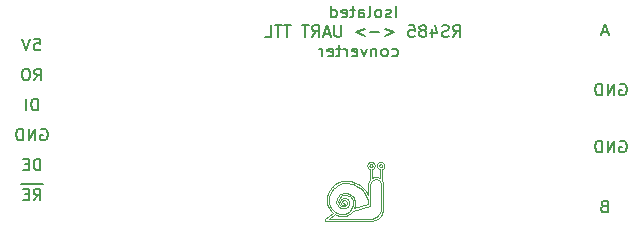
<source format=gbr>
G04 #@! TF.GenerationSoftware,KiCad,Pcbnew,(5.1.0-1220-ga833aeeac)*
G04 #@! TF.CreationDate,2019-07-18T01:02:23+03:00*
G04 #@! TF.ProjectId,proto_II_rs485,70726f74-6f5f-4494-995f-72733438352e,rev?*
G04 #@! TF.SameCoordinates,Original*
G04 #@! TF.FileFunction,Legend,Bot*
G04 #@! TF.FilePolarity,Positive*
%FSLAX46Y46*%
G04 Gerber Fmt 4.6, Leading zero omitted, Abs format (unit mm)*
G04 Created by KiCad (PCBNEW (5.1.0-1220-ga833aeeac)) date 2019-07-18 01:02:23*
%MOMM*%
%LPD*%
G04 APERTURE LIST*
%ADD10C,0.100000*%
%ADD11C,0.150000*%
G04 APERTURE END LIST*
D10*
X52306636Y-59165420D02*
X52357364Y-59114620D01*
X52255855Y-59216140D02*
X52306636Y-59165420D01*
X55363720Y-60638230D02*
X55376620Y-60613550D01*
X55343800Y-60657710D02*
X55363720Y-60638230D01*
X51524246Y-61803487D02*
X51511551Y-61827901D01*
X51538678Y-61787752D02*
X51524246Y-61803487D01*
X53901090Y-61096401D02*
X55318190Y-60670240D01*
X53900060Y-61096672D02*
X53901090Y-61096401D01*
X52741750Y-59750970D02*
X52716630Y-59776080D01*
X52826930Y-59685370D02*
X52741750Y-59750970D01*
X55550450Y-58301490D02*
X55527120Y-58314870D01*
X56306310Y-58870280D02*
X56306310Y-60854810D01*
X56306310Y-58846940D02*
X56306310Y-58870280D01*
X56102150Y-58486810D02*
X56170620Y-58543350D01*
X56023590Y-58444110D02*
X56102150Y-58486810D01*
X52712070Y-61487569D02*
X52867940Y-61516161D01*
X52563090Y-61441344D02*
X52712070Y-61487569D01*
X56363870Y-58497820D02*
X56348040Y-58477530D01*
X52919320Y-60093960D02*
X52860080Y-60190470D01*
X52935810Y-60077530D02*
X52919320Y-60093960D01*
X53201010Y-59741420D02*
X53227860Y-59741420D01*
X53120500Y-59751890D02*
X53201010Y-59741420D01*
X55528690Y-57172460D02*
X55556040Y-57212990D01*
X55488120Y-57145070D02*
X55528690Y-57172460D01*
X53045840Y-60408250D02*
X53020230Y-60370330D01*
X53083760Y-60433860D02*
X53045840Y-60408250D01*
X55203010Y-60519960D02*
X54020400Y-60875590D01*
X55201380Y-60474110D02*
X55203010Y-60519960D01*
X52410640Y-61388447D02*
X52411671Y-61387688D01*
X51874182Y-61767516D02*
X52410640Y-61388447D01*
X55843750Y-58230680D02*
X55802130Y-58230680D01*
X53525720Y-58746740D02*
X53706910Y-58773650D01*
X53385950Y-58737620D02*
X53525720Y-58746740D01*
X54755480Y-59384370D02*
X54863270Y-59521470D01*
X54635410Y-59258030D02*
X54755480Y-59384370D01*
X56229870Y-56958000D02*
X56141050Y-56981930D01*
X56447430Y-58659070D02*
X56404880Y-58563850D01*
X55327300Y-57547030D02*
X55350040Y-57553970D01*
X55263560Y-57511650D02*
X55327300Y-57547030D01*
X55348470Y-57352690D02*
X55321070Y-57312110D01*
X55389000Y-57380040D02*
X55348470Y-57352690D01*
X56483400Y-58843100D02*
X56474120Y-58761710D01*
X53218750Y-60523210D02*
X53211750Y-60497330D01*
X53218750Y-60531830D02*
X53218750Y-60523210D01*
X52952260Y-60061030D02*
X52935810Y-60077530D01*
X53048770Y-60001780D02*
X52952260Y-60061030D01*
X56474120Y-58761710D02*
X56447430Y-58659070D01*
X56348040Y-58477530D02*
X56348040Y-57553970D01*
X56404880Y-58563850D02*
X56363870Y-58497820D01*
X51741369Y-60520820D02*
X51789166Y-60672030D01*
X51711855Y-60362400D02*
X51741369Y-60520820D01*
X53418510Y-60419750D02*
X53393500Y-60512360D01*
X53418510Y-60388870D02*
X53418510Y-60419750D01*
X53192760Y-60469240D02*
X53164650Y-60450240D01*
X53211750Y-60497330D02*
X53192760Y-60469240D01*
X55843750Y-58407760D02*
X55867020Y-58407760D01*
X55820410Y-58407760D02*
X55843750Y-58407760D01*
X55892040Y-61613816D02*
X55711480Y-61699048D01*
X56008790Y-61528584D02*
X55892040Y-61613816D01*
X53725800Y-59948011D02*
X53811900Y-60052290D01*
X53621520Y-59861920D02*
X53725800Y-59948011D01*
X53570690Y-59633720D02*
X53405330Y-59582240D01*
X53720430Y-59715110D02*
X53570690Y-59633720D01*
X52216250Y-61011440D02*
X52075625Y-60841080D01*
X52386605Y-61152065D02*
X52216250Y-61011440D01*
X55390620Y-58777120D02*
X55417580Y-58690370D01*
X55381230Y-58846940D02*
X55390620Y-58777120D01*
X56301970Y-60919210D02*
X56292040Y-60989300D01*
X56305720Y-60872500D02*
X56301970Y-60919210D01*
X53125810Y-60883510D02*
X53200520Y-60873420D01*
X53100970Y-60883510D02*
X53125810Y-60883510D01*
X55426160Y-57135080D02*
X55438580Y-57135080D01*
X55389000Y-57145070D02*
X55426160Y-57135080D01*
X55324930Y-60668230D02*
X55343800Y-60657710D01*
X55318190Y-60670240D02*
X55324930Y-60668230D01*
X55381230Y-58870280D02*
X55381230Y-58846940D01*
X55381230Y-60585440D02*
X55381230Y-58870280D01*
X52822800Y-59920240D02*
X52841790Y-59901301D01*
X52773270Y-59984580D02*
X52822800Y-59920240D01*
X55195150Y-57445420D02*
X55263560Y-57511650D01*
X55150180Y-57360610D02*
X55195150Y-57445420D01*
X53342930Y-60007970D02*
X53265340Y-59983871D01*
X53413130Y-60046170D02*
X53342930Y-60007970D01*
X53052900Y-60210820D02*
X53061040Y-60202740D01*
X53023760Y-60258290D02*
X53052900Y-60210820D01*
X55350040Y-58464080D02*
X55333010Y-58484750D01*
X55350040Y-57553970D02*
X55350040Y-58464080D01*
X55677299Y-58252710D02*
X55550450Y-58301490D01*
X55331320Y-61944654D02*
X55537539Y-61924092D01*
X55262630Y-61944654D02*
X55331320Y-61944654D01*
X55780870Y-61862623D02*
X55991800Y-61760517D01*
X55537539Y-61924092D02*
X55780870Y-61862623D01*
X51595481Y-61944654D02*
X55262630Y-61944654D01*
X51588482Y-61944654D02*
X51595481Y-61944654D01*
X51701764Y-60117610D02*
X51701764Y-60198120D01*
X51733178Y-59876140D02*
X51701764Y-60117610D01*
X56483400Y-60858390D02*
X56483340Y-60854110D01*
X56482800Y-60878840D02*
X56483400Y-60858390D01*
X56209900Y-57380040D02*
X56169370Y-57352690D01*
X56247070Y-57390070D02*
X56209900Y-57380040D01*
X56142040Y-57312110D02*
X56132050Y-57274940D01*
X56169370Y-57352690D02*
X56142040Y-57312110D01*
X52124507Y-59097110D02*
X51975961Y-59290080D01*
X52181419Y-59040190D02*
X52124507Y-59097110D01*
X53138770Y-60620380D02*
X53164650Y-60613380D01*
X53130200Y-60620380D02*
X53138770Y-60620380D01*
X54503950Y-59143170D02*
X54635410Y-59258030D01*
X54361980Y-59040850D02*
X54503950Y-59143170D01*
X51878847Y-60198120D02*
X51878847Y-60126290D01*
X55311080Y-57262580D02*
X55311080Y-57262580D01*
X56272840Y-61077195D02*
X56241320Y-61177238D01*
X56292040Y-60989300D02*
X56272840Y-61077195D01*
X55566080Y-57274940D02*
X55556040Y-57312110D01*
X55566080Y-57262580D02*
X55566080Y-57274940D01*
X52029618Y-61070848D02*
X52138179Y-61181416D01*
X51934458Y-60948290D02*
X52029618Y-61070848D01*
X54467290Y-58899350D02*
X54296500Y-58797740D01*
X54628580Y-59018000D02*
X54467290Y-58899350D01*
X56141050Y-56981930D02*
X56044220Y-57047300D01*
X56227150Y-58611810D02*
X56269860Y-58690370D01*
X56170620Y-58543350D02*
X56227150Y-58611810D01*
X56478620Y-60936030D02*
X56482800Y-60878840D01*
X56467070Y-61019633D02*
X56478620Y-60936030D01*
X55954970Y-57287040D02*
X55971130Y-57360610D01*
X56377930Y-56981930D02*
X56289060Y-56958000D01*
X53079860Y-60706430D02*
X53016590Y-60697860D01*
X53100970Y-60706430D02*
X53079860Y-60706430D01*
X51878847Y-60256010D02*
X51878847Y-60198120D01*
X51902230Y-60429740D02*
X51878847Y-60256010D01*
X52456322Y-61396259D02*
X52563090Y-61441344D01*
X52422141Y-61378627D02*
X52456322Y-61396259D01*
X52951010Y-59618970D02*
X52826930Y-59685370D01*
X53085660Y-59578170D02*
X52951010Y-59618970D01*
X56306310Y-60859200D02*
X56305720Y-60872500D01*
X56306310Y-60854810D02*
X56306310Y-60859200D01*
X53667690Y-61084140D02*
X53534010Y-61194437D01*
X53778050Y-60950460D02*
X53667690Y-61084140D01*
X52804740Y-60583540D02*
X52753520Y-60521470D01*
X52866800Y-60634760D02*
X52804740Y-60583540D01*
X51506940Y-61855027D02*
X51509001Y-61876295D01*
X51511551Y-61827901D02*
X51506940Y-61855027D01*
X55681969Y-57445470D02*
X55726940Y-57360610D01*
X56129770Y-61658304D02*
X56169590Y-61618102D01*
X55991800Y-61760517D02*
X56129770Y-61658304D01*
X55311080Y-57250150D02*
X55321070Y-57212990D01*
X55311080Y-57262580D02*
X55311080Y-57250150D01*
X53852480Y-61147237D02*
X53889160Y-61099113D01*
X53720800Y-61275166D02*
X53852480Y-61147237D01*
X53202950Y-59975471D02*
X53182180Y-59975471D01*
X53265340Y-59983871D02*
X53202950Y-59975471D01*
X52937980Y-60673440D02*
X52866800Y-60634760D01*
X53016590Y-60697860D02*
X52937980Y-60673440D01*
X53380630Y-61277824D02*
X53211260Y-61330505D01*
X53534010Y-61194437D02*
X53380630Y-61277824D01*
X56309020Y-57380040D02*
X56271860Y-57390070D01*
X56349610Y-57352690D02*
X56309020Y-57380040D01*
X52582080Y-61258294D02*
X52386605Y-61152065D01*
X52797900Y-61325459D02*
X52582080Y-61258294D01*
X53932450Y-60410530D02*
X53932450Y-60446010D01*
X53918080Y-60304140D02*
X53932450Y-60410530D01*
X53070950Y-60883510D02*
X53100970Y-60883510D01*
X52980950Y-60871360D02*
X53070950Y-60883510D01*
X56066020Y-61471076D02*
X56042370Y-61494893D01*
X56129120Y-61391702D02*
X56066020Y-61471076D01*
X52227372Y-61256340D02*
X52258893Y-61278855D01*
X52138179Y-61181416D02*
X52227372Y-61256340D01*
X56386980Y-57262580D02*
X56386980Y-57274940D01*
X56386980Y-57250150D02*
X56386980Y-57262580D01*
X53148810Y-59975471D02*
X53048770Y-60001780D01*
X53182180Y-59975471D02*
X53148810Y-59975471D01*
X51544374Y-61783793D02*
X51538678Y-61787752D01*
X52258893Y-61278855D02*
X51544374Y-61783793D01*
X53595590Y-60413740D02*
X53595590Y-60388870D01*
X53585500Y-60488430D02*
X53595590Y-60413740D01*
X56132050Y-57262580D02*
X56132050Y-57250150D01*
X56483400Y-58870280D02*
X56483400Y-58870280D01*
X56502870Y-57445470D02*
X56547840Y-57360610D01*
X53192760Y-60594390D02*
X53211750Y-60566290D01*
X53164650Y-60613380D02*
X53192760Y-60594390D01*
X53850970Y-59822860D02*
X53720430Y-59715110D01*
X53958700Y-59953390D02*
X53850970Y-59822860D01*
X55450950Y-57390070D02*
X55438580Y-57390070D01*
X55488120Y-57380040D02*
X55450950Y-57390070D01*
X52869080Y-60836580D02*
X52980950Y-60871360D01*
X52767850Y-60781510D02*
X52869080Y-60836580D01*
X52559460Y-60010510D02*
X52518660Y-60145180D01*
X52625860Y-59886440D02*
X52559460Y-60010510D01*
X53450520Y-60738440D02*
X53510950Y-60665190D01*
X53377270Y-60798870D02*
X53450520Y-60738440D01*
X53501840Y-59796860D02*
X53621520Y-59861920D01*
X53369680Y-59755750D02*
X53501840Y-59796860D01*
X53101340Y-60620380D02*
X53130200Y-60620380D01*
X53014910Y-60597000D02*
X53101340Y-60620380D01*
X52681910Y-60260510D02*
X52692380Y-60180000D01*
X52681910Y-60287370D02*
X52681910Y-60260510D01*
X56296870Y-58777120D02*
X56306310Y-58846940D01*
X56269860Y-58690370D02*
X56296870Y-58777120D01*
X56444500Y-61123365D02*
X56467070Y-61019633D01*
X56407120Y-61241258D02*
X56444500Y-61123365D01*
X51969397Y-60645610D02*
X51902230Y-60429740D01*
X52075625Y-60841080D02*
X51969397Y-60645610D01*
X56376950Y-57212990D02*
X56386980Y-57250150D01*
X56349610Y-57172460D02*
X56376950Y-57212990D01*
X54210380Y-58951820D02*
X54361980Y-59040850D01*
X54050120Y-58877050D02*
X54210380Y-58951820D01*
X55288790Y-58552460D02*
X55242880Y-58650820D01*
X55333010Y-58484750D02*
X55288790Y-58552460D01*
X56370700Y-57547030D02*
X56434450Y-57511650D01*
X56259500Y-57135080D02*
X56271860Y-57135080D01*
X56247070Y-57135080D02*
X56259500Y-57135080D01*
X55134000Y-57232960D02*
X55134000Y-57262580D01*
X55157930Y-57144080D02*
X55134000Y-57232960D01*
X52971620Y-61348897D02*
X52797900Y-61325459D01*
X53029560Y-61348897D02*
X52971620Y-61348897D01*
X55426160Y-57390070D02*
X55389000Y-57380040D01*
X55438580Y-57390070D02*
X55426160Y-57390070D01*
X51825571Y-59571120D02*
X51733178Y-59876140D01*
X51975961Y-59290080D02*
X51825571Y-59571120D01*
X55468150Y-56958000D02*
X55438580Y-56958000D01*
X55557010Y-56981930D02*
X55468150Y-56958000D01*
X56309020Y-57145070D02*
X56349610Y-57172460D01*
X56271860Y-57135080D02*
X56309020Y-57145070D01*
X55743160Y-57232960D02*
X55719180Y-57144080D01*
X55743160Y-57287040D02*
X55743160Y-57262580D01*
X56146970Y-58306640D02*
X56016220Y-58254330D01*
X56170950Y-57553970D02*
X56170950Y-58320960D01*
X53882000Y-58817370D02*
X54050120Y-58877050D01*
X53706910Y-58773650D02*
X53882000Y-58817370D01*
X52723190Y-60078280D02*
X52773270Y-59984580D01*
X52692380Y-60180000D02*
X52723190Y-60078280D01*
X51523758Y-61908033D02*
X51543181Y-61927510D01*
X51513179Y-61889478D02*
X51523758Y-61908033D01*
X55954970Y-57232960D02*
X55954970Y-57262580D01*
X55408950Y-56958000D02*
X55320090Y-56981930D01*
X55438580Y-56958000D02*
X55408950Y-56958000D01*
X55613550Y-57511650D02*
X55681969Y-57445470D01*
X55527120Y-57553970D02*
X55549800Y-57547030D01*
X55743160Y-57262580D02*
X55743160Y-57232960D01*
X55802130Y-58230680D02*
X55677299Y-58252710D01*
X53563039Y-60228070D02*
X53524840Y-60157870D01*
X53587120Y-60305650D02*
X53563039Y-60228070D01*
X51906843Y-59910960D02*
X51989254Y-59638870D01*
X51878847Y-60126290D02*
X51906843Y-59910960D01*
X53272190Y-59564330D02*
X53227860Y-59564330D01*
X53405330Y-59582240D02*
X53272190Y-59564330D01*
X55204150Y-58870280D02*
X55204150Y-59761110D01*
X55204150Y-58842000D02*
X55204150Y-58870280D01*
X54957950Y-59668440D02*
X55038560Y-59824320D01*
X54863270Y-59521470D02*
X54957950Y-59668440D01*
X54109540Y-60501620D02*
X54109540Y-60446010D01*
X54086430Y-60668610D02*
X54109540Y-60501620D01*
X53595590Y-60368040D02*
X53587120Y-60305650D01*
X53595590Y-60388870D02*
X53595590Y-60368040D01*
X51701764Y-60239190D02*
X51711855Y-60362400D01*
X51701764Y-60198120D02*
X51701764Y-60239190D01*
X53418510Y-60365870D02*
X53418510Y-60388870D01*
X53399900Y-60296970D02*
X53418510Y-60365870D01*
X55381230Y-60592440D02*
X55381230Y-60585440D01*
X55376620Y-60613550D02*
X55381230Y-60592440D01*
X55936840Y-58417150D02*
X56023590Y-58444110D01*
X55867020Y-58407760D02*
X55936840Y-58417150D01*
X53218750Y-60540420D02*
X53218750Y-60531830D01*
X53211750Y-60566290D02*
X53218750Y-60540420D01*
X53093090Y-61525980D02*
X53283860Y-61495706D01*
X53029560Y-61525980D02*
X53093090Y-61525980D01*
X55223300Y-57047300D02*
X55157930Y-57144080D01*
X55320090Y-56981930D02*
X55223300Y-57047300D01*
X55104270Y-59988281D02*
X55154190Y-60159500D01*
X55038560Y-59824320D02*
X55104270Y-59988281D01*
X51853946Y-60814930D02*
X51934458Y-60948290D01*
X51789166Y-60672030D02*
X51853946Y-60814930D01*
X53258840Y-58560540D02*
X53017360Y-58591960D01*
X53339360Y-58560540D02*
X53258840Y-58560540D01*
X53192270Y-59564330D02*
X53085660Y-59578170D01*
X53227860Y-59564330D02*
X53192270Y-59564330D01*
X54743330Y-59117720D02*
X54628580Y-59018000D01*
X54779290Y-59153260D02*
X54743330Y-59117720D01*
X53389700Y-58560540D02*
X53339360Y-58560540D01*
X53540840Y-58570300D02*
X53389700Y-58560540D01*
X56564070Y-57232960D02*
X56540090Y-57144080D01*
X55450950Y-57135080D02*
X55488120Y-57145070D01*
X55438580Y-57135080D02*
X55450950Y-57135080D01*
X56564070Y-57287040D02*
X56564070Y-57262580D01*
X55528690Y-57352690D02*
X55488120Y-57380040D01*
X55556040Y-57312110D02*
X55528690Y-57352690D01*
X56289060Y-56958000D02*
X56259500Y-56958000D01*
X52504825Y-60251780D02*
X52504825Y-60287370D01*
X52518660Y-60145180D02*
X52504825Y-60251780D01*
X53932450Y-60491420D02*
X53914070Y-60627700D01*
X53932450Y-60446010D02*
X53932450Y-60491420D01*
X53138770Y-60443290D02*
X53130200Y-60443290D01*
X53164650Y-60450240D02*
X53138770Y-60443290D01*
X53349180Y-60221830D02*
X53399900Y-60296970D01*
X53274020Y-60171110D02*
X53349180Y-60221830D01*
X56547840Y-57360610D02*
X56564070Y-57287040D01*
X56259500Y-57390070D02*
X56247070Y-57390070D01*
X56271860Y-57390070D02*
X56259500Y-57390070D01*
X56197800Y-61589565D02*
X56273380Y-61494730D01*
X56169590Y-61618102D02*
X56197800Y-61589565D01*
X53118590Y-60443290D02*
X53083760Y-60433860D01*
X53130200Y-60443290D02*
X53118590Y-60443290D01*
X51511117Y-61882913D02*
X51513179Y-61889478D01*
X51509001Y-61876295D02*
X51511117Y-61882913D01*
X55585290Y-58486810D02*
X55663840Y-58444110D01*
X55516820Y-58543350D02*
X55585290Y-58486810D01*
X53556630Y-60581210D02*
X53585500Y-60488430D01*
X53510950Y-60665190D02*
X53556630Y-60581210D01*
X55978880Y-57144080D02*
X55954970Y-57232960D01*
X53738440Y-58599390D02*
X53540840Y-58570300D01*
X53930980Y-58647290D02*
X53738440Y-58599390D01*
X53074970Y-61348897D02*
X53029560Y-61348897D01*
X53211260Y-61330505D02*
X53074970Y-61348897D01*
X56148220Y-57547030D02*
X56170950Y-57553970D01*
X52421219Y-61379495D02*
X52422141Y-61378627D01*
X52411671Y-61387688D02*
X52421219Y-61379495D01*
X53010840Y-60307440D02*
X53023760Y-60258290D01*
X53010840Y-60323890D02*
X53010840Y-60307440D01*
X52833760Y-60352690D02*
X52857090Y-60439180D01*
X52833760Y-60323890D02*
X52833760Y-60352690D01*
X53010840Y-60335500D02*
X53010840Y-60323890D01*
X53020230Y-60370330D02*
X53010840Y-60335500D01*
X55653859Y-57047300D02*
X55557010Y-56981930D01*
X55719180Y-57144080D02*
X55653859Y-57047300D01*
X53069120Y-60194650D02*
X53116540Y-60165510D01*
X53061040Y-60202740D02*
X53069120Y-60194650D01*
X53890130Y-61098951D02*
X53900060Y-61096672D01*
X53889160Y-61099113D02*
X53890130Y-61098951D01*
X53861380Y-60797080D02*
X53778050Y-60950460D01*
X53914070Y-60627700D02*
X53861380Y-60797080D01*
X53293290Y-60844560D02*
X53377270Y-60798870D01*
X53200520Y-60873420D02*
X53293290Y-60844560D01*
X56483340Y-58870280D02*
X56483400Y-58870280D01*
X56483340Y-60854110D02*
X56483340Y-58870280D01*
X56084520Y-57511650D02*
X56148220Y-57547030D01*
X55954970Y-57262580D02*
X55954970Y-57287040D01*
X55566080Y-57250150D02*
X55566080Y-57262580D01*
X55556040Y-57212990D02*
X55566080Y-57250150D01*
X54034720Y-60842660D02*
X54086430Y-60668610D01*
X54020400Y-60875590D02*
X54034720Y-60842660D01*
X54824480Y-59197900D02*
X54779290Y-59153260D01*
X55021540Y-59440320D02*
X54824480Y-59197900D01*
X56194440Y-61283955D02*
X56129120Y-61391702D01*
X56241320Y-61177238D02*
X56194440Y-61283955D01*
X55178820Y-59705240D02*
X55021540Y-59440320D01*
X55204150Y-59761110D02*
X55178820Y-59705240D01*
X56142040Y-57212990D02*
X56169370Y-57172460D01*
X56132050Y-57250150D02*
X56142040Y-57212990D01*
X56042370Y-61494893D02*
X56042370Y-61494893D01*
X56564070Y-57262580D02*
X56564070Y-57232960D01*
X56540090Y-57144080D02*
X56474770Y-57047300D01*
X56474770Y-57047300D02*
X56377930Y-56981930D01*
X56044220Y-57047300D02*
X55978880Y-57144080D01*
X55460290Y-58611810D02*
X55516820Y-58543350D01*
X55417580Y-58690370D02*
X55460290Y-58611810D01*
X55971130Y-57360610D02*
X56016110Y-57445420D01*
X56132050Y-57262580D02*
X56132050Y-57262580D01*
X56132050Y-57274940D02*
X56132050Y-57262580D01*
X53263290Y-59741420D02*
X53369680Y-59755750D01*
X53227860Y-59741420D02*
X53263290Y-59741420D01*
X52551699Y-60519190D02*
X52606770Y-60620440D01*
X52516920Y-60407330D02*
X52551699Y-60519190D01*
X53018770Y-59782710D02*
X53120500Y-59751890D01*
X52925070Y-59832780D02*
X53018770Y-59782710D01*
X55501450Y-61750317D02*
X55322320Y-61767516D01*
X55711480Y-61699048D02*
X55501450Y-61750317D01*
X54117400Y-58713530D02*
X53930980Y-58647290D01*
X54296500Y-58797740D02*
X54117400Y-58713530D01*
X52989150Y-61525980D02*
X53029560Y-61525980D01*
X52867940Y-61516161D02*
X52989150Y-61525980D01*
X55886830Y-58230680D02*
X55843750Y-58230680D01*
X51567649Y-61940151D02*
X51588482Y-61944654D01*
X51543181Y-61927510D02*
X51567649Y-61940151D01*
X52679570Y-60708700D02*
X52767850Y-60781510D01*
X52606770Y-60620440D02*
X52679570Y-60708700D01*
X52123368Y-59388240D02*
X52255855Y-59216140D01*
X51989254Y-59638870D02*
X52123368Y-59388240D01*
X52238332Y-58983280D02*
X52181419Y-59040190D01*
X52431311Y-58834740D02*
X52238332Y-58983280D01*
X52712340Y-58684350D02*
X52431311Y-58834740D01*
X53017360Y-58591960D02*
X52712340Y-58684350D01*
X55134000Y-57287040D02*
X55150180Y-57360610D01*
X55134000Y-57262580D02*
X55134000Y-57287040D01*
X54040090Y-60103120D02*
X53958700Y-59953390D01*
X54091580Y-60268500D02*
X54040090Y-60103120D01*
X56016220Y-58254330D02*
X55886830Y-58230680D01*
X53325360Y-60613330D02*
X53224380Y-60681420D01*
X53393500Y-60512360D02*
X53325360Y-60613330D01*
X52681910Y-60308430D02*
X52681910Y-60287370D01*
X52690420Y-60371680D02*
X52681910Y-60308430D01*
X56483400Y-58870280D02*
X56483400Y-58843100D01*
X55549800Y-57547030D02*
X55613550Y-57511650D01*
X53339410Y-58737620D02*
X53385950Y-58737620D01*
X53267580Y-58737620D02*
X53339410Y-58737620D01*
X55311080Y-57274940D02*
X55311080Y-57262580D01*
X55321070Y-57312110D02*
X55311080Y-57274940D01*
X55726940Y-57360610D02*
X55743160Y-57287040D01*
X55187380Y-60336960D02*
X55201380Y-60474110D01*
X55154190Y-60159500D02*
X55187380Y-60336960D01*
X52833760Y-60290510D02*
X52833760Y-60323890D01*
X52860080Y-60190470D02*
X52833760Y-60290510D01*
X56376950Y-57312110D02*
X56349610Y-57352690D01*
X56386980Y-57274940D02*
X56376950Y-57312110D01*
X52860730Y-59882320D02*
X52925070Y-59832780D01*
X52841790Y-59901301D02*
X52860730Y-59882320D01*
X55214130Y-58757320D02*
X55204150Y-58842000D01*
X55242880Y-58650820D02*
X55214130Y-58757320D01*
X52504825Y-60317320D02*
X52516920Y-60407330D01*
X52504825Y-60287370D02*
X52504825Y-60317320D01*
X53052250Y-58765610D02*
X53267580Y-58737620D01*
X52780160Y-58848030D02*
X53052250Y-58765610D01*
X53131770Y-60706430D02*
X53100970Y-60706430D01*
X53224380Y-60681420D02*
X53131770Y-60706430D01*
X54109540Y-60401620D02*
X54091580Y-60268500D01*
X54109540Y-60446010D02*
X54109540Y-60401620D01*
X53876950Y-60171970D02*
X53918080Y-60304140D01*
X53811900Y-60052290D02*
X53876950Y-60171970D01*
X56016110Y-57445420D02*
X56084520Y-57511650D01*
X53165750Y-60152550D02*
X53182180Y-60152550D01*
X53116540Y-60165510D02*
X53165750Y-60152550D01*
X56209900Y-57145070D02*
X56247070Y-57135080D01*
X56169370Y-57172460D02*
X56209900Y-57145070D01*
X55527120Y-58314870D02*
X55527120Y-57553970D01*
X56042370Y-61494893D02*
X56008790Y-61528584D01*
X51878847Y-60198120D02*
X51878847Y-60198120D01*
X55750590Y-58417150D02*
X55820410Y-58407760D01*
X55663840Y-58444110D02*
X55750590Y-58417150D01*
X56348040Y-57553970D02*
X56370700Y-57547030D01*
X55262630Y-61767516D02*
X51874182Y-61767516D01*
X55322320Y-61767516D02*
X55262630Y-61767516D01*
X53516650Y-61409715D02*
X53720800Y-61275166D01*
X53283860Y-61495706D02*
X53516650Y-61409715D01*
X52714840Y-60450290D02*
X52690420Y-60371680D01*
X52753520Y-60521470D02*
X52714840Y-60450290D01*
X56170950Y-58320960D02*
X56146970Y-58306640D01*
X52691460Y-59801210D02*
X52625860Y-59886440D01*
X52716630Y-59776080D02*
X52691460Y-59801210D01*
X56351340Y-61367072D02*
X56407120Y-61241258D01*
X56273380Y-61494730D02*
X56351340Y-61367072D01*
X55348470Y-57172460D02*
X55389000Y-57145070D01*
X55321070Y-57212990D02*
X55348470Y-57172460D01*
X52920680Y-60533420D02*
X53014910Y-60597000D01*
X52857090Y-60439180D02*
X52920680Y-60533420D01*
X53205130Y-60152550D02*
X53274020Y-60171110D01*
X53182180Y-60152550D02*
X53205130Y-60152550D01*
X52529510Y-58982140D02*
X52780160Y-58848030D01*
X52357364Y-59114620D02*
X52529510Y-58982140D01*
X56434450Y-57511650D02*
X56502870Y-57445470D01*
X53474330Y-60096670D02*
X53413130Y-60046170D01*
X53524840Y-60157870D02*
X53474330Y-60096670D01*
X56259500Y-56958000D02*
X56229870Y-56958000D01*
D11*
X57537047Y-44711380D02*
X57537047Y-43711380D01*
X57108476Y-44663761D02*
X57013238Y-44711380D01*
X56822761Y-44711380D01*
X56727523Y-44663761D01*
X56679904Y-44568523D01*
X56679904Y-44520904D01*
X56727523Y-44425666D01*
X56822761Y-44378047D01*
X56965619Y-44378047D01*
X57060857Y-44330428D01*
X57108476Y-44235190D01*
X57108476Y-44187571D01*
X57060857Y-44092333D01*
X56965619Y-44044714D01*
X56822761Y-44044714D01*
X56727523Y-44092333D01*
X56108476Y-44711380D02*
X56203714Y-44663761D01*
X56251333Y-44616142D01*
X56298952Y-44520904D01*
X56298952Y-44235190D01*
X56251333Y-44139952D01*
X56203714Y-44092333D01*
X56108476Y-44044714D01*
X55965619Y-44044714D01*
X55870380Y-44092333D01*
X55822761Y-44139952D01*
X55775142Y-44235190D01*
X55775142Y-44520904D01*
X55822761Y-44616142D01*
X55870380Y-44663761D01*
X55965619Y-44711380D01*
X56108476Y-44711380D01*
X55203714Y-44711380D02*
X55298952Y-44663761D01*
X55346571Y-44568523D01*
X55346571Y-43711380D01*
X54394190Y-44711380D02*
X54394190Y-44187571D01*
X54441809Y-44092333D01*
X54537047Y-44044714D01*
X54727523Y-44044714D01*
X54822761Y-44092333D01*
X54394190Y-44663761D02*
X54489428Y-44711380D01*
X54727523Y-44711380D01*
X54822761Y-44663761D01*
X54870380Y-44568523D01*
X54870380Y-44473285D01*
X54822761Y-44378047D01*
X54727523Y-44330428D01*
X54489428Y-44330428D01*
X54394190Y-44282809D01*
X54060857Y-44044714D02*
X53679904Y-44044714D01*
X53918000Y-43711380D02*
X53918000Y-44568523D01*
X53870380Y-44663761D01*
X53775142Y-44711380D01*
X53679904Y-44711380D01*
X52965619Y-44663761D02*
X53060857Y-44711380D01*
X53251333Y-44711380D01*
X53346571Y-44663761D01*
X53394190Y-44568523D01*
X53394190Y-44187571D01*
X53346571Y-44092333D01*
X53251333Y-44044714D01*
X53060857Y-44044714D01*
X52965619Y-44092333D01*
X52918000Y-44187571D01*
X52918000Y-44282809D01*
X53394190Y-44378047D01*
X52060857Y-44711380D02*
X52060857Y-43711380D01*
X52060857Y-44663761D02*
X52156095Y-44711380D01*
X52346571Y-44711380D01*
X52441809Y-44663761D01*
X52489428Y-44616142D01*
X52537047Y-44520904D01*
X52537047Y-44235190D01*
X52489428Y-44139952D01*
X52441809Y-44092333D01*
X52346571Y-44044714D01*
X52156095Y-44044714D01*
X52060857Y-44092333D01*
X62394190Y-46361380D02*
X62727523Y-45885190D01*
X62965619Y-46361380D02*
X62965619Y-45361380D01*
X62584666Y-45361380D01*
X62489428Y-45409000D01*
X62441809Y-45456619D01*
X62394190Y-45551857D01*
X62394190Y-45694714D01*
X62441809Y-45789952D01*
X62489428Y-45837571D01*
X62584666Y-45885190D01*
X62965619Y-45885190D01*
X62013238Y-46313761D02*
X61870380Y-46361380D01*
X61632285Y-46361380D01*
X61537047Y-46313761D01*
X61489428Y-46266142D01*
X61441809Y-46170904D01*
X61441809Y-46075666D01*
X61489428Y-45980428D01*
X61537047Y-45932809D01*
X61632285Y-45885190D01*
X61822761Y-45837571D01*
X61918000Y-45789952D01*
X61965619Y-45742333D01*
X62013238Y-45647095D01*
X62013238Y-45551857D01*
X61965619Y-45456619D01*
X61918000Y-45409000D01*
X61822761Y-45361380D01*
X61584666Y-45361380D01*
X61441809Y-45409000D01*
X60584666Y-45694714D02*
X60584666Y-46361380D01*
X60822761Y-45313761D02*
X61060857Y-46028047D01*
X60441809Y-46028047D01*
X59918000Y-45789952D02*
X60013238Y-45742333D01*
X60060857Y-45694714D01*
X60108476Y-45599476D01*
X60108476Y-45551857D01*
X60060857Y-45456619D01*
X60013238Y-45409000D01*
X59918000Y-45361380D01*
X59727523Y-45361380D01*
X59632285Y-45409000D01*
X59584666Y-45456619D01*
X59537047Y-45551857D01*
X59537047Y-45599476D01*
X59584666Y-45694714D01*
X59632285Y-45742333D01*
X59727523Y-45789952D01*
X59918000Y-45789952D01*
X60013238Y-45837571D01*
X60060857Y-45885190D01*
X60108476Y-45980428D01*
X60108476Y-46170904D01*
X60060857Y-46266142D01*
X60013238Y-46313761D01*
X59918000Y-46361380D01*
X59727523Y-46361380D01*
X59632285Y-46313761D01*
X59584666Y-46266142D01*
X59537047Y-46170904D01*
X59537047Y-45980428D01*
X59584666Y-45885190D01*
X59632285Y-45837571D01*
X59727523Y-45789952D01*
X58632285Y-45361380D02*
X59108476Y-45361380D01*
X59156095Y-45837571D01*
X59108476Y-45789952D01*
X59013238Y-45742333D01*
X58775142Y-45742333D01*
X58679904Y-45789952D01*
X58632285Y-45837571D01*
X58584666Y-45932809D01*
X58584666Y-46170904D01*
X58632285Y-46266142D01*
X58679904Y-46313761D01*
X58775142Y-46361380D01*
X59013238Y-46361380D01*
X59108476Y-46313761D01*
X59156095Y-46266142D01*
X56632285Y-45694714D02*
X57394190Y-45980428D01*
X56632285Y-46266142D01*
X56156095Y-45980428D02*
X55394190Y-45980428D01*
X54918000Y-45694714D02*
X54156095Y-45980428D01*
X54918000Y-46266142D01*
X52918000Y-45361380D02*
X52918000Y-46170904D01*
X52870380Y-46266142D01*
X52822761Y-46313761D01*
X52727523Y-46361380D01*
X52537047Y-46361380D01*
X52441809Y-46313761D01*
X52394190Y-46266142D01*
X52346571Y-46170904D01*
X52346571Y-45361380D01*
X51918000Y-46075666D02*
X51441809Y-46075666D01*
X52013238Y-46361380D02*
X51679904Y-45361380D01*
X51346571Y-46361380D01*
X50441809Y-46361380D02*
X50775142Y-45885190D01*
X51013238Y-46361380D02*
X51013238Y-45361380D01*
X50632285Y-45361380D01*
X50537047Y-45409000D01*
X50489428Y-45456619D01*
X50441809Y-45551857D01*
X50441809Y-45694714D01*
X50489428Y-45789952D01*
X50537047Y-45837571D01*
X50632285Y-45885190D01*
X51013238Y-45885190D01*
X50156095Y-45361380D02*
X49584666Y-45361380D01*
X49870380Y-46361380D02*
X49870380Y-45361380D01*
X48632285Y-45361380D02*
X48060857Y-45361380D01*
X48346571Y-46361380D02*
X48346571Y-45361380D01*
X47870380Y-45361380D02*
X47298952Y-45361380D01*
X47584666Y-46361380D02*
X47584666Y-45361380D01*
X46489428Y-46361380D02*
X46965619Y-46361380D01*
X46965619Y-45361380D01*
X57227523Y-47963761D02*
X57322761Y-48011380D01*
X57513238Y-48011380D01*
X57608476Y-47963761D01*
X57656095Y-47916142D01*
X57703714Y-47820904D01*
X57703714Y-47535190D01*
X57656095Y-47439952D01*
X57608476Y-47392333D01*
X57513238Y-47344714D01*
X57322761Y-47344714D01*
X57227523Y-47392333D01*
X56656095Y-48011380D02*
X56751333Y-47963761D01*
X56798952Y-47916142D01*
X56846571Y-47820904D01*
X56846571Y-47535190D01*
X56798952Y-47439952D01*
X56751333Y-47392333D01*
X56656095Y-47344714D01*
X56513238Y-47344714D01*
X56418000Y-47392333D01*
X56370380Y-47439952D01*
X56322761Y-47535190D01*
X56322761Y-47820904D01*
X56370380Y-47916142D01*
X56418000Y-47963761D01*
X56513238Y-48011380D01*
X56656095Y-48011380D01*
X55894190Y-47344714D02*
X55894190Y-48011380D01*
X55894190Y-47439952D02*
X55846571Y-47392333D01*
X55751333Y-47344714D01*
X55608476Y-47344714D01*
X55513238Y-47392333D01*
X55465619Y-47487571D01*
X55465619Y-48011380D01*
X55084666Y-47344714D02*
X54846571Y-48011380D01*
X54608476Y-47344714D01*
X53846571Y-47963761D02*
X53941809Y-48011380D01*
X54132285Y-48011380D01*
X54227523Y-47963761D01*
X54275142Y-47868523D01*
X54275142Y-47487571D01*
X54227523Y-47392333D01*
X54132285Y-47344714D01*
X53941809Y-47344714D01*
X53846571Y-47392333D01*
X53798952Y-47487571D01*
X53798952Y-47582809D01*
X54275142Y-47678047D01*
X53370380Y-48011380D02*
X53370380Y-47344714D01*
X53370380Y-47535190D02*
X53322761Y-47439952D01*
X53275142Y-47392333D01*
X53179904Y-47344714D01*
X53084666Y-47344714D01*
X52894190Y-47344714D02*
X52513238Y-47344714D01*
X52751333Y-47011380D02*
X52751333Y-47868523D01*
X52703714Y-47963761D01*
X52608476Y-48011380D01*
X52513238Y-48011380D01*
X51798952Y-47963761D02*
X51894190Y-48011380D01*
X52084666Y-48011380D01*
X52179904Y-47963761D01*
X52227523Y-47868523D01*
X52227523Y-47487571D01*
X52179904Y-47392333D01*
X52084666Y-47344714D01*
X51894190Y-47344714D01*
X51798952Y-47392333D01*
X51751333Y-47487571D01*
X51751333Y-47582809D01*
X52227523Y-47678047D01*
X51322761Y-48011380D02*
X51322761Y-47344714D01*
X51322761Y-47535190D02*
X51275142Y-47439952D01*
X51227523Y-47392333D01*
X51132285Y-47344714D01*
X51037047Y-47344714D01*
X27446285Y-57664380D02*
X27446285Y-56664380D01*
X27208190Y-56664380D01*
X27065333Y-56712000D01*
X26970095Y-56807238D01*
X26922476Y-56902476D01*
X26874857Y-57092952D01*
X26874857Y-57235809D01*
X26922476Y-57426285D01*
X26970095Y-57521523D01*
X27065333Y-57616761D01*
X27208190Y-57664380D01*
X27446285Y-57664380D01*
X26446285Y-57140571D02*
X26112952Y-57140571D01*
X25970095Y-57664380D02*
X26446285Y-57664380D01*
X26446285Y-56664380D01*
X25970095Y-56664380D01*
X27232000Y-52584380D02*
X27232000Y-51584380D01*
X26993904Y-51584380D01*
X26851047Y-51632000D01*
X26755809Y-51727238D01*
X26708190Y-51822476D01*
X26660571Y-52012952D01*
X26660571Y-52155809D01*
X26708190Y-52346285D01*
X26755809Y-52441523D01*
X26851047Y-52536761D01*
X26993904Y-52584380D01*
X27232000Y-52584380D01*
X26232000Y-52584380D02*
X26232000Y-51584380D01*
X27684380Y-58837000D02*
X26684380Y-58837000D01*
X26874857Y-60204380D02*
X27208190Y-59728190D01*
X27446285Y-60204380D02*
X27446285Y-59204380D01*
X27065333Y-59204380D01*
X26970095Y-59252000D01*
X26922476Y-59299619D01*
X26874857Y-59394857D01*
X26874857Y-59537714D01*
X26922476Y-59632952D01*
X26970095Y-59680571D01*
X27065333Y-59728190D01*
X27446285Y-59728190D01*
X26684380Y-58837000D02*
X25779619Y-58837000D01*
X26446285Y-59680571D02*
X26112952Y-59680571D01*
X25970095Y-60204380D02*
X26446285Y-60204380D01*
X26446285Y-59204380D01*
X25970095Y-59204380D01*
X26922476Y-46504380D02*
X27398666Y-46504380D01*
X27446285Y-46980571D01*
X27398666Y-46932952D01*
X27303428Y-46885333D01*
X27065333Y-46885333D01*
X26970095Y-46932952D01*
X26922476Y-46980571D01*
X26874857Y-47075809D01*
X26874857Y-47313904D01*
X26922476Y-47409142D01*
X26970095Y-47456761D01*
X27065333Y-47504380D01*
X27303428Y-47504380D01*
X27398666Y-47456761D01*
X27446285Y-47409142D01*
X26589142Y-46504380D02*
X26255809Y-47504380D01*
X25922476Y-46504380D01*
X27493904Y-54172000D02*
X27589142Y-54124380D01*
X27732000Y-54124380D01*
X27874857Y-54172000D01*
X27970095Y-54267238D01*
X28017714Y-54362476D01*
X28065333Y-54552952D01*
X28065333Y-54695809D01*
X28017714Y-54886285D01*
X27970095Y-54981523D01*
X27874857Y-55076761D01*
X27732000Y-55124380D01*
X27636761Y-55124380D01*
X27493904Y-55076761D01*
X27446285Y-55029142D01*
X27446285Y-54695809D01*
X27636761Y-54695809D01*
X27017714Y-55124380D02*
X27017714Y-54124380D01*
X26446285Y-55124380D01*
X26446285Y-54124380D01*
X25970095Y-55124380D02*
X25970095Y-54124380D01*
X25732000Y-54124380D01*
X25589142Y-54172000D01*
X25493904Y-54267238D01*
X25446285Y-54362476D01*
X25398666Y-54552952D01*
X25398666Y-54695809D01*
X25446285Y-54886285D01*
X25493904Y-54981523D01*
X25589142Y-55076761D01*
X25732000Y-55124380D01*
X25970095Y-55124380D01*
X26946285Y-50044380D02*
X27279619Y-49568190D01*
X27517714Y-50044380D02*
X27517714Y-49044380D01*
X27136761Y-49044380D01*
X27041523Y-49092000D01*
X26993904Y-49139619D01*
X26946285Y-49234857D01*
X26946285Y-49377714D01*
X26993904Y-49472952D01*
X27041523Y-49520571D01*
X27136761Y-49568190D01*
X27517714Y-49568190D01*
X26327238Y-49044380D02*
X26136761Y-49044380D01*
X26041523Y-49092000D01*
X25946285Y-49187238D01*
X25898666Y-49377714D01*
X25898666Y-49711047D01*
X25946285Y-49901523D01*
X26041523Y-49996761D01*
X26136761Y-50044380D01*
X26327238Y-50044380D01*
X26422476Y-49996761D01*
X26517714Y-49901523D01*
X26565333Y-49711047D01*
X26565333Y-49377714D01*
X26517714Y-49187238D01*
X26422476Y-49092000D01*
X26327238Y-49044380D01*
X75174571Y-60696571D02*
X75031714Y-60744190D01*
X74984095Y-60791809D01*
X74936476Y-60887047D01*
X74936476Y-61029904D01*
X74984095Y-61125142D01*
X75031714Y-61172761D01*
X75126952Y-61220380D01*
X75507904Y-61220380D01*
X75507904Y-60220380D01*
X75174571Y-60220380D01*
X75079333Y-60268000D01*
X75031714Y-60315619D01*
X74984095Y-60410857D01*
X74984095Y-60506095D01*
X75031714Y-60601333D01*
X75079333Y-60648952D01*
X75174571Y-60696571D01*
X75507904Y-60696571D01*
X76515904Y-55188000D02*
X76611142Y-55140380D01*
X76754000Y-55140380D01*
X76896857Y-55188000D01*
X76992095Y-55283238D01*
X77039714Y-55378476D01*
X77087333Y-55568952D01*
X77087333Y-55711809D01*
X77039714Y-55902285D01*
X76992095Y-55997523D01*
X76896857Y-56092761D01*
X76754000Y-56140380D01*
X76658761Y-56140380D01*
X76515904Y-56092761D01*
X76468285Y-56045142D01*
X76468285Y-55711809D01*
X76658761Y-55711809D01*
X76039714Y-56140380D02*
X76039714Y-55140380D01*
X75468285Y-56140380D01*
X75468285Y-55140380D01*
X74992095Y-56140380D02*
X74992095Y-55140380D01*
X74754000Y-55140380D01*
X74611142Y-55188000D01*
X74515904Y-55283238D01*
X74468285Y-55378476D01*
X74420666Y-55568952D01*
X74420666Y-55711809D01*
X74468285Y-55902285D01*
X74515904Y-55997523D01*
X74611142Y-56092761D01*
X74754000Y-56140380D01*
X74992095Y-56140380D01*
X76515904Y-50362000D02*
X76611142Y-50314380D01*
X76754000Y-50314380D01*
X76896857Y-50362000D01*
X76992095Y-50457238D01*
X77039714Y-50552476D01*
X77087333Y-50742952D01*
X77087333Y-50885809D01*
X77039714Y-51076285D01*
X76992095Y-51171523D01*
X76896857Y-51266761D01*
X76754000Y-51314380D01*
X76658761Y-51314380D01*
X76515904Y-51266761D01*
X76468285Y-51219142D01*
X76468285Y-50885809D01*
X76658761Y-50885809D01*
X76039714Y-51314380D02*
X76039714Y-50314380D01*
X75468285Y-51314380D01*
X75468285Y-50314380D01*
X74992095Y-51314380D02*
X74992095Y-50314380D01*
X74754000Y-50314380D01*
X74611142Y-50362000D01*
X74515904Y-50457238D01*
X74468285Y-50552476D01*
X74420666Y-50742952D01*
X74420666Y-50885809D01*
X74468285Y-51076285D01*
X74515904Y-51171523D01*
X74611142Y-51266761D01*
X74754000Y-51314380D01*
X74992095Y-51314380D01*
X75484095Y-45948666D02*
X75007904Y-45948666D01*
X75579333Y-46234380D02*
X75246000Y-45234380D01*
X74912666Y-46234380D01*
M02*

</source>
